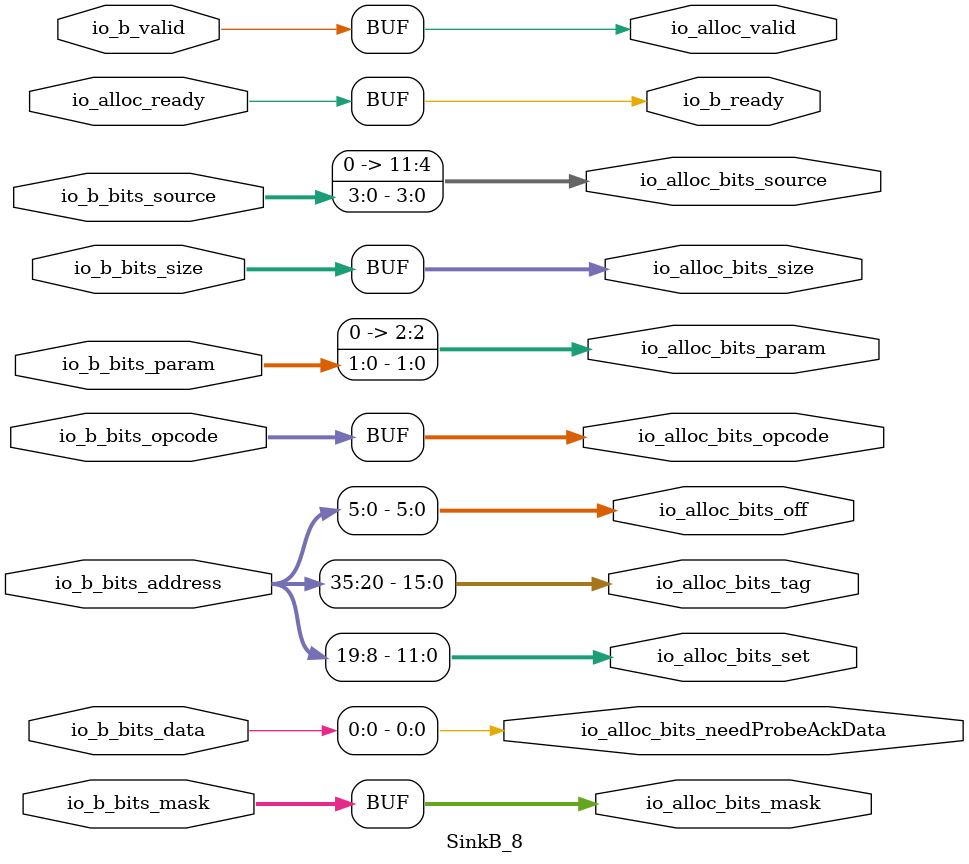
<source format=sv>
`ifndef RANDOMIZE
  `ifdef RANDOMIZE_MEM_INIT
    `define RANDOMIZE
  `endif // RANDOMIZE_MEM_INIT
`endif // not def RANDOMIZE
`ifndef RANDOMIZE
  `ifdef RANDOMIZE_REG_INIT
    `define RANDOMIZE
  `endif // RANDOMIZE_REG_INIT
`endif // not def RANDOMIZE

`ifndef RANDOM
  `define RANDOM $random
`endif // not def RANDOM

// Users can define INIT_RANDOM as general code that gets injected into the
// initializer block for modules with registers.
`ifndef INIT_RANDOM
  `define INIT_RANDOM
`endif // not def INIT_RANDOM

// If using random initialization, you can also define RANDOMIZE_DELAY to
// customize the delay used, otherwise 0.002 is used.
`ifndef RANDOMIZE_DELAY
  `define RANDOMIZE_DELAY 0.002
`endif // not def RANDOMIZE_DELAY

// Define INIT_RANDOM_PROLOG_ for use in our modules below.
`ifndef INIT_RANDOM_PROLOG_
  `ifdef RANDOMIZE
    `ifdef VERILATOR
      `define INIT_RANDOM_PROLOG_ `INIT_RANDOM
    `else  // VERILATOR
      `define INIT_RANDOM_PROLOG_ `INIT_RANDOM #`RANDOMIZE_DELAY begin end
    `endif // VERILATOR
  `else  // RANDOMIZE
    `define INIT_RANDOM_PROLOG_
  `endif // RANDOMIZE
`endif // not def INIT_RANDOM_PROLOG_

// Include register initializers in init blocks unless synthesis is set
`ifndef SYNTHESIS
  `ifndef ENABLE_INITIAL_REG_
    `define ENABLE_INITIAL_REG_
  `endif // not def ENABLE_INITIAL_REG_
`endif // not def SYNTHESIS

// Include rmemory initializers in init blocks unless synthesis is set
`ifndef SYNTHESIS
  `ifndef ENABLE_INITIAL_MEM_
    `define ENABLE_INITIAL_MEM_
  `endif // not def ENABLE_INITIAL_MEM_
`endif // not def SYNTHESIS

module SinkB_8(
  output         io_b_ready,
  input          io_b_valid,
  input  [2:0]   io_b_bits_opcode,
  input  [1:0]   io_b_bits_param,
  input  [2:0]   io_b_bits_size,
  input  [3:0]   io_b_bits_source,
  input  [35:0]  io_b_bits_address,
  input  [31:0]  io_b_bits_mask,
  input  [255:0] io_b_bits_data,
  input          io_alloc_ready,
  output         io_alloc_valid,
  output [2:0]   io_alloc_bits_opcode,
  output [2:0]   io_alloc_bits_param,
  output [2:0]   io_alloc_bits_size,
  output [11:0]  io_alloc_bits_source,
  output [11:0]  io_alloc_bits_set,
  output [15:0]  io_alloc_bits_tag,
  output [5:0]   io_alloc_bits_off,
  output [31:0]  io_alloc_bits_mask,
  output         io_alloc_bits_needProbeAckData
);

  assign io_b_ready = io_alloc_ready;
  assign io_alloc_valid = io_b_valid;
  assign io_alloc_bits_opcode = io_b_bits_opcode;
  assign io_alloc_bits_param = {1'h0, io_b_bits_param};
  assign io_alloc_bits_size = io_b_bits_size;
  assign io_alloc_bits_source = {8'h0, io_b_bits_source};
  assign io_alloc_bits_set = io_b_bits_address[19:8];
  assign io_alloc_bits_tag = io_b_bits_address[35:20];
  assign io_alloc_bits_off = io_b_bits_address[5:0];
  assign io_alloc_bits_mask = io_b_bits_mask;
  assign io_alloc_bits_needProbeAckData = io_b_bits_data[0];
endmodule


</source>
